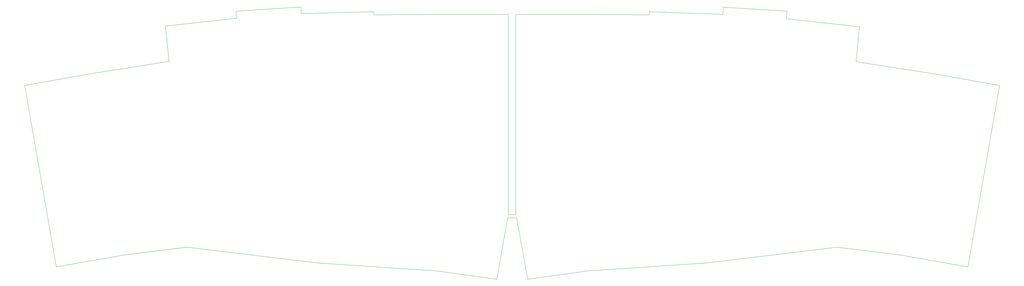
<source format=gbr>
%TF.GenerationSoftware,KiCad,Pcbnew,(6.0.0-0)*%
%TF.CreationDate,2022-01-05T09:56:11+07:00*%
%TF.ProjectId,kibod-01,6b69626f-642d-4303-912e-6b696361645f,rev?*%
%TF.SameCoordinates,Original*%
%TF.FileFunction,Profile,NP*%
%FSLAX46Y46*%
G04 Gerber Fmt 4.6, Leading zero omitted, Abs format (unit mm)*
G04 Created by KiCad (PCBNEW (6.0.0-0)) date 2022-01-05 09:56:11*
%MOMM*%
%LPD*%
G01*
G04 APERTURE LIST*
%TA.AperFunction,Profile*%
%ADD10C,0.050000*%
%TD*%
G04 APERTURE END LIST*
D10*
X139954000Y-38100000D02*
X119380000Y-38100000D01*
X139700000Y-103632000D02*
X136271000Y-123317000D01*
X297572127Y-60960000D02*
X287412127Y-119380000D01*
X229362000Y-37084000D02*
X229108000Y-39497000D01*
X185166000Y-37211000D02*
X208788000Y-38100000D01*
X185166000Y-37211000D02*
X185166000Y-38227000D01*
X229108000Y-39497000D02*
X252603000Y-42037000D01*
X265822127Y-115570000D02*
X245502127Y-113030000D01*
X252603000Y-42037000D02*
X251460000Y-53340000D01*
X184542127Y-119380000D02*
X165492127Y-120650000D01*
X203592127Y-118110000D02*
X184542127Y-119380000D01*
X287412127Y-119380000D02*
X265822127Y-115570000D01*
X142367000Y-38100000D02*
X162952127Y-38100000D01*
X165492127Y-120650000D02*
X146177000Y-123317000D01*
X208915000Y-35814000D02*
X229362000Y-37084000D01*
X275982127Y-57150000D02*
X297572127Y-60960000D01*
X208788000Y-38100000D02*
X208915000Y-35814000D01*
X251460000Y-53340000D02*
X275982127Y-57150000D01*
X142632127Y-103632000D02*
X146177000Y-123317000D01*
X162952127Y-38100000D02*
X185166000Y-38227000D01*
X142367000Y-102489000D02*
X142367000Y-38100000D01*
X203592127Y-118110000D02*
X245502127Y-113030000D01*
X119380000Y-38100000D02*
X96774000Y-38227000D01*
X139954000Y-102489000D02*
X142367000Y-102489000D01*
X-5080000Y-119380000D02*
X16510000Y-115570000D01*
X6350000Y-57150000D02*
X-15240000Y-60960000D01*
X97790000Y-119380000D02*
X116840000Y-120650000D01*
X139954000Y-102489000D02*
X139954000Y-38100000D01*
X52705000Y-39370000D02*
X29845000Y-41910000D01*
X73533000Y-37846000D02*
X73406000Y-35687000D01*
X-15240000Y-60960000D02*
X-5080000Y-119380000D01*
X16510000Y-115570000D02*
X36830000Y-113030000D01*
X29972000Y-42164000D02*
X31115000Y-53213000D01*
X52578000Y-37084000D02*
X52705000Y-39370000D01*
X78740000Y-118110000D02*
X36830000Y-113030000D01*
X73406000Y-35687000D02*
X52578000Y-37084000D01*
X96774000Y-37211000D02*
X96774000Y-38227000D01*
X31115000Y-53213000D02*
X6350000Y-57150000D01*
X96774000Y-37211000D02*
X73533000Y-37846000D01*
X116840000Y-120650000D02*
X136271000Y-123317000D01*
X78740000Y-118110000D02*
X97790000Y-119380000D01*
X139700000Y-103632000D02*
X142632127Y-103632000D01*
M02*

</source>
